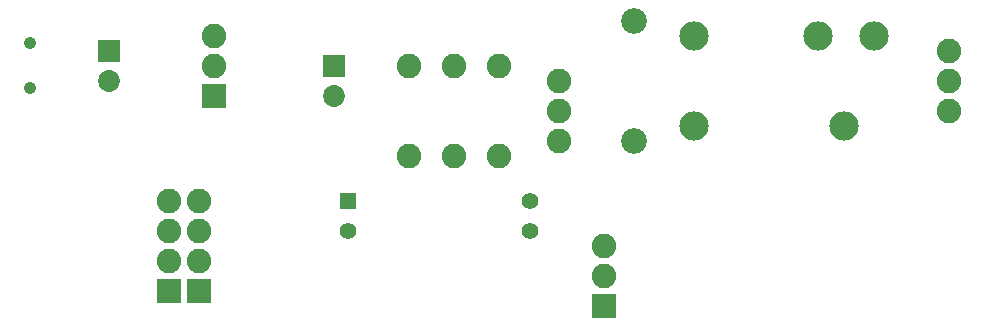
<source format=gbs>
G75*
%MOIN*%
%OFA0B0*%
%FSLAX25Y25*%
%IPPOS*%
%LPD*%
%AMOC8*
5,1,8,0,0,1.08239X$1,22.5*
%
%ADD10R,0.07300X0.07300*%
%ADD11C,0.07300*%
%ADD12R,0.08200X0.08200*%
%ADD13C,0.08200*%
%ADD14C,0.09800*%
%ADD15C,0.04146*%
%ADD16C,0.08600*%
%ADD17R,0.05556X0.05556*%
%ADD18C,0.05556*%
D10*
X0131346Y0106000D03*
X0056346Y0111000D03*
D11*
X0056346Y0101000D03*
X0131346Y0096000D03*
D12*
X0076346Y0031000D03*
X0086346Y0031000D03*
X0091346Y0096000D03*
X0221346Y0026000D03*
D13*
X0221346Y0036000D03*
X0221346Y0046000D03*
X0186346Y0076000D03*
X0171346Y0076000D03*
X0156346Y0076000D03*
X0206346Y0081000D03*
X0206346Y0091000D03*
X0206346Y0101000D03*
X0186346Y0106000D03*
X0171346Y0106000D03*
X0156346Y0106000D03*
X0091346Y0106000D03*
X0091346Y0116000D03*
X0086346Y0061000D03*
X0076346Y0061000D03*
X0076346Y0051000D03*
X0086346Y0051000D03*
X0086346Y0041000D03*
X0076346Y0041000D03*
X0336346Y0091000D03*
X0336346Y0101000D03*
X0336346Y0111000D03*
D14*
X0311346Y0116000D03*
X0292846Y0116000D03*
X0251346Y0116000D03*
X0251346Y0086000D03*
X0301346Y0086000D03*
D15*
X0030008Y0098520D03*
X0030008Y0113480D03*
D16*
X0231346Y0121000D03*
X0231346Y0081000D03*
D17*
X0136031Y0061118D03*
D18*
X0136031Y0050882D03*
X0196661Y0050882D03*
X0196661Y0061118D03*
M02*

</source>
